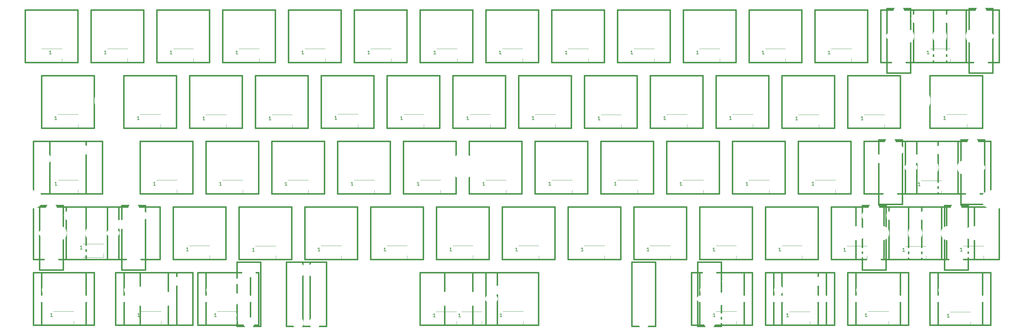
<source format=gto>
G04 #@! TF.GenerationSoftware,KiCad,Pcbnew,(5.0.2)-1*
G04 #@! TF.CreationDate,2019-02-06T17:14:16+08:00*
G04 #@! TF.ProjectId,keyboard,6b657962-6f61-4726-942e-6b696361645f,B*
G04 #@! TF.SameCoordinates,Original*
G04 #@! TF.FileFunction,Legend,Top*
G04 #@! TF.FilePolarity,Positive*
%FSLAX45Y45*%
G04 Gerber Fmt 4.5, Leading zero omitted, Abs format (unit mm)*
G04 Created by KiCad (PCBNEW (5.0.2)-1) date 2019/2/6 17:14:16*
%MOMM*%
%LPD*%
G01*
G04 APERTURE LIST*
%ADD10C,0.381000*%
%ADD11C,0.120000*%
%ADD12C,0.150000*%
%ADD13C,4.183380*%
%ADD14C,2.702560*%
%ADD15C,1.902460*%
%ADD16R,1.803200X1.053200*%
%ADD17C,3.251200*%
%ADD18C,4.183400*%
%ADD19O,10.203180X5.204460*%
%ADD20C,7.203440*%
%ADD21C,7.204500*%
G04 APERTURE END LIST*
D10*
G04 #@! TO.C,S031*
X6620002Y-10430002D02*
X8144002Y-10430002D01*
X8144002Y-10430002D02*
X8144002Y-11954002D01*
X8144002Y-11954002D02*
X6620002Y-11954002D01*
X6620002Y-11954002D02*
X6620002Y-10430002D01*
D11*
G04 #@! TO.C,*
X18872560Y-15765200D02*
X18872560Y-15657700D01*
X18282560Y-15765200D02*
X18872560Y-15765200D01*
X18282560Y-15375200D02*
X18872560Y-15375200D01*
D10*
G04 #@! TO.C,S21*
X14001750Y-6620002D02*
X15525750Y-6620002D01*
X15525750Y-6620002D02*
X15525750Y-8144002D01*
X15525750Y-8144002D02*
X14001750Y-8144002D01*
X14001750Y-8144002D02*
X14001750Y-6620002D01*
G04 #@! TO.C,S51*
X25431750Y-6620002D02*
X26955750Y-6620002D01*
X26955750Y-6620002D02*
X26955750Y-8144002D01*
X26955750Y-8144002D02*
X25431750Y-8144002D01*
X25431750Y-8144002D02*
X25431750Y-6620002D01*
G04 #@! TO.C,MXST*
X34394902Y-8448802D02*
X34394902Y-6581902D01*
X34394902Y-6581902D02*
X33709102Y-6581902D01*
X33709102Y-6581902D02*
X33709102Y-8448802D01*
X33709102Y-8448802D02*
X34394902Y-8448802D01*
X7486650Y-14163802D02*
X7486650Y-12296902D01*
X7486650Y-12296902D02*
X6800850Y-12296902D01*
X6800850Y-12296902D02*
X6800850Y-14163802D01*
X6800850Y-14163802D02*
X7486650Y-14163802D01*
X9867900Y-14163802D02*
X9867900Y-12296902D01*
X9867900Y-12296902D02*
X9182100Y-12296902D01*
X9182100Y-12296902D02*
X9182100Y-14163802D01*
X9182100Y-14163802D02*
X9867900Y-14163802D01*
X31299150Y-14163802D02*
X31299150Y-12296902D01*
X31299150Y-12296902D02*
X30613350Y-12296902D01*
X30613350Y-12296902D02*
X30613350Y-14163802D01*
X30613350Y-14163802D02*
X31299150Y-14163802D01*
X34156650Y-12258675D02*
X34156650Y-10391775D01*
X34156650Y-10391775D02*
X33470850Y-10391775D01*
X33470850Y-10391775D02*
X33470850Y-12258675D01*
X33470850Y-12258675D02*
X34156650Y-12258675D01*
X31775400Y-12258802D02*
X31775400Y-10391902D01*
X31775400Y-10391902D02*
X31089600Y-10391902D01*
X31089600Y-10391902D02*
X31089600Y-12258802D01*
X31089600Y-12258802D02*
X31775400Y-12258802D01*
X32013652Y-8448802D02*
X32013652Y-6581902D01*
X32013652Y-6581902D02*
X31327852Y-6581902D01*
X31327852Y-6581902D02*
X31327852Y-8448802D01*
X31327852Y-8448802D02*
X32013652Y-8448802D01*
X23945850Y-13935202D02*
X23945850Y-15802102D01*
X23945850Y-15802102D02*
X24631650Y-15802102D01*
X24631650Y-15802102D02*
X24631650Y-13935202D01*
X24631650Y-13935202D02*
X23945850Y-13935202D01*
X13944600Y-13935202D02*
X13944600Y-15802102D01*
X13944600Y-15802102D02*
X14630400Y-15802102D01*
X14630400Y-15802102D02*
X14630400Y-13935202D01*
X14630400Y-13935202D02*
X13944600Y-13935202D01*
X12515850Y-13935202D02*
X12515850Y-15802102D01*
X12515850Y-15802102D02*
X13201650Y-15802102D01*
X13201650Y-15802102D02*
X13201650Y-13935202D01*
X13201650Y-13935202D02*
X12515850Y-13935202D01*
X14420850Y-13935202D02*
X14420850Y-15802102D01*
X14420850Y-15802102D02*
X15106650Y-15802102D01*
X15106650Y-15802102D02*
X15106650Y-13935202D01*
X15106650Y-13935202D02*
X14420850Y-13935202D01*
X25850850Y-13935202D02*
X25850850Y-15802102D01*
X25850850Y-15802102D02*
X26536650Y-15802102D01*
X26536650Y-15802102D02*
X26536650Y-13935202D01*
X26536650Y-13935202D02*
X25850850Y-13935202D01*
X33680400Y-14163675D02*
X33680400Y-12296775D01*
X33680400Y-12296775D02*
X32994600Y-12296775D01*
X32994600Y-12296775D02*
X32994600Y-14163675D01*
X32994600Y-14163675D02*
X33680400Y-14163675D01*
G04 #@! TO.C,S03*
X7096252Y-10430002D02*
X8620252Y-10430002D01*
X8620252Y-10430002D02*
X8620252Y-11954002D01*
X8620252Y-11954002D02*
X7096252Y-11954002D01*
X7096252Y-11954002D02*
X7096252Y-10430002D01*
G04 #@! TO.C,S22*
X14954250Y-8525002D02*
X16478250Y-8525002D01*
X16478250Y-8525002D02*
X16478250Y-10049002D01*
X16478250Y-10049002D02*
X14954250Y-10049002D01*
X14954250Y-10049002D02*
X14954250Y-8525002D01*
G04 #@! TO.C,S27*
X16859250Y-8525002D02*
X18383250Y-8525002D01*
X18383250Y-8525002D02*
X18383250Y-10049002D01*
X18383250Y-10049002D02*
X16859250Y-10049002D01*
X16859250Y-10049002D02*
X16859250Y-8525002D01*
G04 #@! TO.C,S37*
X20669250Y-8525002D02*
X22193250Y-8525002D01*
X22193250Y-8525002D02*
X22193250Y-10049002D01*
X22193250Y-10049002D02*
X20669250Y-10049002D01*
X20669250Y-10049002D02*
X20669250Y-8525002D01*
G04 #@! TO.C,S42*
X22574250Y-8525002D02*
X24098250Y-8525002D01*
X24098250Y-8525002D02*
X24098250Y-10049002D01*
X24098250Y-10049002D02*
X22574250Y-10049002D01*
X22574250Y-10049002D02*
X22574250Y-8525002D01*
G04 #@! TO.C,S47*
X24479250Y-8525002D02*
X26003250Y-8525002D01*
X26003250Y-8525002D02*
X26003250Y-10049002D01*
X26003250Y-10049002D02*
X24479250Y-10049002D01*
X24479250Y-10049002D02*
X24479250Y-8525002D01*
G04 #@! TO.C,S52*
X26384250Y-8525002D02*
X27908250Y-8525002D01*
X27908250Y-8525002D02*
X27908250Y-10049002D01*
X27908250Y-10049002D02*
X26384250Y-10049002D01*
X26384250Y-10049002D02*
X26384250Y-8525002D01*
G04 #@! TO.C,S57*
X28289250Y-8525002D02*
X29813250Y-8525002D01*
X29813250Y-8525002D02*
X29813250Y-10049002D01*
X29813250Y-10049002D02*
X28289250Y-10049002D01*
X28289250Y-10049002D02*
X28289250Y-8525002D01*
G04 #@! TO.C,S67*
X32575500Y-8524875D02*
X34099500Y-8524875D01*
X34099500Y-8524875D02*
X34099500Y-10048875D01*
X34099500Y-10048875D02*
X32575500Y-10048875D01*
X32575500Y-10048875D02*
X32575500Y-8524875D01*
G04 #@! TO.C,S08*
X9715500Y-10430002D02*
X11239500Y-10430002D01*
X11239500Y-10430002D02*
X11239500Y-11954002D01*
X11239500Y-11954002D02*
X9715500Y-11954002D01*
X9715500Y-11954002D02*
X9715500Y-10430002D01*
G04 #@! TO.C,S13*
X11620500Y-10430002D02*
X13144500Y-10430002D01*
X13144500Y-10430002D02*
X13144500Y-11954002D01*
X13144500Y-11954002D02*
X11620500Y-11954002D01*
X11620500Y-11954002D02*
X11620500Y-10430002D01*
G04 #@! TO.C,S18*
X13525500Y-10430002D02*
X15049500Y-10430002D01*
X15049500Y-10430002D02*
X15049500Y-11954002D01*
X15049500Y-11954002D02*
X13525500Y-11954002D01*
X13525500Y-11954002D02*
X13525500Y-10430002D01*
G04 #@! TO.C,S23*
X15430500Y-10430002D02*
X16954500Y-10430002D01*
X16954500Y-10430002D02*
X16954500Y-11954002D01*
X16954500Y-11954002D02*
X15430500Y-11954002D01*
X15430500Y-11954002D02*
X15430500Y-10430002D01*
G04 #@! TO.C,S28*
X17335500Y-10430002D02*
X18859500Y-10430002D01*
X18859500Y-10430002D02*
X18859500Y-11954002D01*
X18859500Y-11954002D02*
X17335500Y-11954002D01*
X17335500Y-11954002D02*
X17335500Y-10430002D01*
G04 #@! TO.C,S33*
X19240500Y-10430002D02*
X20764500Y-10430002D01*
X20764500Y-10430002D02*
X20764500Y-11954002D01*
X20764500Y-11954002D02*
X19240500Y-11954002D01*
X19240500Y-11954002D02*
X19240500Y-10430002D01*
G04 #@! TO.C,S38*
X21145500Y-10430002D02*
X22669500Y-10430002D01*
X22669500Y-10430002D02*
X22669500Y-11954002D01*
X22669500Y-11954002D02*
X21145500Y-11954002D01*
X21145500Y-11954002D02*
X21145500Y-10430002D01*
G04 #@! TO.C,S11*
X10191750Y-6620002D02*
X11715750Y-6620002D01*
X11715750Y-6620002D02*
X11715750Y-8144002D01*
X11715750Y-8144002D02*
X10191750Y-8144002D01*
X10191750Y-8144002D02*
X10191750Y-6620002D01*
G04 #@! TO.C,S16*
X12096750Y-6620002D02*
X13620750Y-6620002D01*
X13620750Y-6620002D02*
X13620750Y-8144002D01*
X13620750Y-8144002D02*
X12096750Y-8144002D01*
X12096750Y-8144002D02*
X12096750Y-6620002D01*
G04 #@! TO.C,S26*
X15906750Y-6620002D02*
X17430750Y-6620002D01*
X17430750Y-6620002D02*
X17430750Y-8144002D01*
X17430750Y-8144002D02*
X15906750Y-8144002D01*
X15906750Y-8144002D02*
X15906750Y-6620002D01*
G04 #@! TO.C,S31*
X17811750Y-6620002D02*
X19335750Y-6620002D01*
X19335750Y-6620002D02*
X19335750Y-8144002D01*
X19335750Y-8144002D02*
X17811750Y-8144002D01*
X17811750Y-8144002D02*
X17811750Y-6620002D01*
G04 #@! TO.C,S36*
X19716750Y-6620002D02*
X21240750Y-6620002D01*
X21240750Y-6620002D02*
X21240750Y-8144002D01*
X21240750Y-8144002D02*
X19716750Y-8144002D01*
X19716750Y-8144002D02*
X19716750Y-6620002D01*
G04 #@! TO.C,S41*
X21621750Y-6620002D02*
X23145750Y-6620002D01*
X23145750Y-6620002D02*
X23145750Y-8144002D01*
X23145750Y-8144002D02*
X21621750Y-8144002D01*
X21621750Y-8144002D02*
X21621750Y-6620002D01*
G04 #@! TO.C,S56*
X27336750Y-6620002D02*
X28860750Y-6620002D01*
X28860750Y-6620002D02*
X28860750Y-8144002D01*
X28860750Y-8144002D02*
X27336750Y-8144002D01*
X27336750Y-8144002D02*
X27336750Y-6620002D01*
G04 #@! TO.C,S61*
X29241750Y-6620002D02*
X30765750Y-6620002D01*
X30765750Y-6620002D02*
X30765750Y-8144002D01*
X30765750Y-8144002D02*
X29241750Y-8144002D01*
X29241750Y-8144002D02*
X29241750Y-6620002D01*
G04 #@! TO.C,S66*
X32099250Y-6620002D02*
X33623250Y-6620002D01*
X33623250Y-6620002D02*
X33623250Y-8144002D01*
X33623250Y-8144002D02*
X32099250Y-8144002D01*
X32099250Y-8144002D02*
X32099250Y-6620002D01*
G04 #@! TO.C,S02*
X6858000Y-8525002D02*
X8382000Y-8525002D01*
X8382000Y-8525002D02*
X8382000Y-10049002D01*
X8382000Y-10049002D02*
X6858000Y-10049002D01*
X6858000Y-10049002D02*
X6858000Y-8525002D01*
G04 #@! TO.C,S07*
X9239250Y-8525002D02*
X10763250Y-8525002D01*
X10763250Y-8525002D02*
X10763250Y-10049002D01*
X10763250Y-10049002D02*
X9239250Y-10049002D01*
X9239250Y-10049002D02*
X9239250Y-8525002D01*
G04 #@! TO.C,S12*
X11144250Y-8525002D02*
X12668250Y-8525002D01*
X12668250Y-8525002D02*
X12668250Y-10049002D01*
X12668250Y-10049002D02*
X11144250Y-10049002D01*
X11144250Y-10049002D02*
X11144250Y-8525002D01*
G04 #@! TO.C,S17*
X13049250Y-8525002D02*
X14573250Y-8525002D01*
X14573250Y-8525002D02*
X14573250Y-10049002D01*
X14573250Y-10049002D02*
X13049250Y-10049002D01*
X13049250Y-10049002D02*
X13049250Y-8525002D01*
G04 #@! TO.C,S69*
X31385002Y-12335002D02*
X32909002Y-12335002D01*
X32909002Y-12335002D02*
X32909002Y-13859002D01*
X32909002Y-13859002D02*
X31385002Y-13859002D01*
X31385002Y-13859002D02*
X31385002Y-12335002D01*
G04 #@! TO.C,S05*
X6619875Y-14239875D02*
X8143875Y-14239875D01*
X8143875Y-14239875D02*
X8143875Y-15763875D01*
X8143875Y-15763875D02*
X6619875Y-15763875D01*
X6619875Y-15763875D02*
X6619875Y-14239875D01*
G04 #@! TO.C,S15*
X11382375Y-14239875D02*
X12906375Y-14239875D01*
X12906375Y-14239875D02*
X12906375Y-15763875D01*
X12906375Y-15763875D02*
X11382375Y-15763875D01*
X11382375Y-15763875D02*
X11382375Y-14239875D01*
G04 #@! TO.C,S30*
X18526125Y-14239875D02*
X20050125Y-14239875D01*
X20050125Y-14239875D02*
X20050125Y-15763875D01*
X20050125Y-15763875D02*
X18526125Y-15763875D01*
X18526125Y-15763875D02*
X18526125Y-14239875D01*
G04 #@! TO.C,S55*
X25669875Y-14239875D02*
X27193875Y-14239875D01*
X27193875Y-14239875D02*
X27193875Y-15763875D01*
X27193875Y-15763875D02*
X25669875Y-15763875D01*
X25669875Y-15763875D02*
X25669875Y-14239875D01*
G04 #@! TO.C,S60*
X28051125Y-14239875D02*
X29575125Y-14239875D01*
X29575125Y-14239875D02*
X29575125Y-15763875D01*
X29575125Y-15763875D02*
X28051125Y-15763875D01*
X28051125Y-15763875D02*
X28051125Y-14239875D01*
G04 #@! TO.C,S65*
X30432375Y-14239875D02*
X31956375Y-14239875D01*
X31956375Y-14239875D02*
X31956375Y-15763875D01*
X31956375Y-15763875D02*
X30432375Y-15763875D01*
X30432375Y-15763875D02*
X30432375Y-14239875D01*
G04 #@! TO.C,S70*
X32813625Y-14239875D02*
X34337625Y-14239875D01*
X34337625Y-14239875D02*
X34337625Y-15763875D01*
X34337625Y-15763875D02*
X32813625Y-15763875D01*
X32813625Y-15763875D02*
X32813625Y-14239875D01*
G04 #@! TO.C,S43*
X23050500Y-10430002D02*
X24574500Y-10430002D01*
X24574500Y-10430002D02*
X24574500Y-11954002D01*
X24574500Y-11954002D02*
X23050500Y-11954002D01*
X23050500Y-11954002D02*
X23050500Y-10430002D01*
G04 #@! TO.C,S48*
X24955500Y-10430002D02*
X26479500Y-10430002D01*
X26479500Y-10430002D02*
X26479500Y-11954002D01*
X26479500Y-11954002D02*
X24955500Y-11954002D01*
X24955500Y-11954002D02*
X24955500Y-10430002D01*
G04 #@! TO.C,S58*
X28765500Y-10430002D02*
X30289500Y-10430002D01*
X30289500Y-10430002D02*
X30289500Y-11954002D01*
X30289500Y-11954002D02*
X28765500Y-11954002D01*
X28765500Y-11954002D02*
X28765500Y-10430002D01*
G04 #@! TO.C,S68*
X31861125Y-10429875D02*
X33385125Y-10429875D01*
X33385125Y-10429875D02*
X33385125Y-11953875D01*
X33385125Y-11953875D02*
X31861125Y-11953875D01*
X31861125Y-11953875D02*
X31861125Y-10429875D01*
G04 #@! TO.C,S04*
X7572375Y-12334875D02*
X9096375Y-12334875D01*
X9096375Y-12334875D02*
X9096375Y-13858875D01*
X9096375Y-13858875D02*
X7572375Y-13858875D01*
X7572375Y-13858875D02*
X7572375Y-12334875D01*
G04 #@! TO.C,S14*
X10668000Y-12335002D02*
X12192000Y-12335002D01*
X12192000Y-12335002D02*
X12192000Y-13859002D01*
X12192000Y-13859002D02*
X10668000Y-13859002D01*
X10668000Y-13859002D02*
X10668000Y-12335002D01*
G04 #@! TO.C,S19*
X12573000Y-12335002D02*
X14097000Y-12335002D01*
X14097000Y-12335002D02*
X14097000Y-13859002D01*
X14097000Y-13859002D02*
X12573000Y-13859002D01*
X12573000Y-13859002D02*
X12573000Y-12335002D01*
G04 #@! TO.C,S29*
X16383000Y-12335002D02*
X17907000Y-12335002D01*
X17907000Y-12335002D02*
X17907000Y-13859002D01*
X17907000Y-13859002D02*
X16383000Y-13859002D01*
X16383000Y-13859002D02*
X16383000Y-12335002D01*
G04 #@! TO.C,S34*
X18288000Y-12335002D02*
X19812000Y-12335002D01*
X19812000Y-12335002D02*
X19812000Y-13859002D01*
X19812000Y-13859002D02*
X18288000Y-13859002D01*
X18288000Y-13859002D02*
X18288000Y-12335002D01*
G04 #@! TO.C,S39*
X20193000Y-12335002D02*
X21717000Y-12335002D01*
X21717000Y-12335002D02*
X21717000Y-13859002D01*
X21717000Y-13859002D02*
X20193000Y-13859002D01*
X20193000Y-13859002D02*
X20193000Y-12335002D01*
G04 #@! TO.C,S44*
X22098000Y-12335002D02*
X23622000Y-12335002D01*
X23622000Y-12335002D02*
X23622000Y-13859002D01*
X23622000Y-13859002D02*
X22098000Y-13859002D01*
X22098000Y-13859002D02*
X22098000Y-12335002D01*
G04 #@! TO.C,S49*
X24003000Y-12335002D02*
X25527000Y-12335002D01*
X25527000Y-12335002D02*
X25527000Y-13859002D01*
X25527000Y-13859002D02*
X24003000Y-13859002D01*
X24003000Y-13859002D02*
X24003000Y-12335002D01*
G04 #@! TO.C,S54*
X25908000Y-12335002D02*
X27432000Y-12335002D01*
X27432000Y-12335002D02*
X27432000Y-13859002D01*
X27432000Y-13859002D02*
X25908000Y-13859002D01*
X25908000Y-13859002D02*
X25908000Y-12335002D01*
G04 #@! TO.C,S59*
X27813000Y-12335002D02*
X29337000Y-12335002D01*
X29337000Y-12335002D02*
X29337000Y-13859002D01*
X29337000Y-13859002D02*
X27813000Y-13859002D01*
X27813000Y-13859002D02*
X27813000Y-12335002D01*
G04 #@! TO.C,S10*
X9001125Y-14239875D02*
X10525125Y-14239875D01*
X10525125Y-14239875D02*
X10525125Y-15763875D01*
X10525125Y-15763875D02*
X9001125Y-15763875D01*
X9001125Y-15763875D02*
X9001125Y-14239875D01*
G04 #@! TO.C,S24*
X14478000Y-12335002D02*
X16002000Y-12335002D01*
X16002000Y-12335002D02*
X16002000Y-13859002D01*
X16002000Y-13859002D02*
X14478000Y-13859002D01*
X14478000Y-13859002D02*
X14478000Y-12335002D01*
G04 #@! TO.C,S46*
X23526750Y-6620002D02*
X25050750Y-6620002D01*
X25050750Y-6620002D02*
X25050750Y-8144002D01*
X25050750Y-8144002D02*
X23526750Y-8144002D01*
X23526750Y-8144002D02*
X23526750Y-6620002D01*
G04 #@! TO.C,S62*
X30194250Y-8525002D02*
X31718250Y-8525002D01*
X31718250Y-8525002D02*
X31718250Y-10049002D01*
X31718250Y-10049002D02*
X30194250Y-10049002D01*
X30194250Y-10049002D02*
X30194250Y-8525002D01*
G04 #@! TO.C,S32*
X18764250Y-8525002D02*
X20288250Y-8525002D01*
X20288250Y-8525002D02*
X20288250Y-10049002D01*
X20288250Y-10049002D02*
X18764250Y-10049002D01*
X18764250Y-10049002D02*
X18764250Y-8525002D01*
G04 #@! TO.C,S53*
X26860500Y-10430002D02*
X28384500Y-10430002D01*
X28384500Y-10430002D02*
X28384500Y-11954002D01*
X28384500Y-11954002D02*
X26860500Y-11954002D01*
X26860500Y-11954002D02*
X26860500Y-10430002D01*
G04 #@! TO.C,S682*
X32813625Y-10429875D02*
X34337625Y-10429875D01*
X34337625Y-10429875D02*
X34337625Y-11953875D01*
X34337625Y-11953875D02*
X32813625Y-11953875D01*
X32813625Y-11953875D02*
X32813625Y-10429875D01*
G04 #@! TO.C,S601*
X27813000Y-14239875D02*
X29337000Y-14239875D01*
X29337000Y-14239875D02*
X29337000Y-15763875D01*
X29337000Y-15763875D02*
X27813000Y-15763875D01*
X27813000Y-15763875D02*
X27813000Y-14239875D01*
G04 #@! TO.C,S09*
X8763000Y-12335002D02*
X10287000Y-12335002D01*
X10287000Y-12335002D02*
X10287000Y-13859002D01*
X10287000Y-13859002D02*
X8763000Y-13859002D01*
X8763000Y-13859002D02*
X8763000Y-12335002D01*
G04 #@! TO.C,S641*
X33051750Y-12334875D02*
X34575750Y-12334875D01*
X34575750Y-12334875D02*
X34575750Y-13858875D01*
X34575750Y-13858875D02*
X33051750Y-13858875D01*
X33051750Y-13858875D02*
X33051750Y-12334875D01*
G04 #@! TO.C,S0512*
X6858000Y-14236700D02*
X8382000Y-14236700D01*
X8382000Y-14236700D02*
X8382000Y-15760700D01*
X8382000Y-15760700D02*
X6858000Y-15760700D01*
X6858000Y-15760700D02*
X6858000Y-14236700D01*
G04 #@! TO.C,S102*
X9715500Y-14236700D02*
X11239500Y-14236700D01*
X11239500Y-14236700D02*
X11239500Y-15760700D01*
X11239500Y-15760700D02*
X9715500Y-15760700D01*
X9715500Y-15760700D02*
X9715500Y-14236700D01*
G04 #@! TO.C,S101*
X9245600Y-14236700D02*
X10769600Y-14236700D01*
X10769600Y-14236700D02*
X10769600Y-15760700D01*
X10769600Y-15760700D02*
X9245600Y-15760700D01*
X9245600Y-15760700D02*
X9245600Y-14236700D01*
G04 #@! TO.C,S552*
X25908000Y-14239875D02*
X27432000Y-14239875D01*
X27432000Y-14239875D02*
X27432000Y-15763875D01*
X27432000Y-15763875D02*
X25908000Y-15763875D01*
X25908000Y-15763875D02*
X25908000Y-14239875D01*
G04 #@! TO.C,S602*
X28289250Y-14239875D02*
X29813250Y-14239875D01*
X29813250Y-14239875D02*
X29813250Y-15763875D01*
X29813250Y-15763875D02*
X28289250Y-15763875D01*
X28289250Y-15763875D02*
X28289250Y-14239875D01*
G04 #@! TO.C,S151*
X11620500Y-14236700D02*
X13144500Y-14236700D01*
X13144500Y-14236700D02*
X13144500Y-15760700D01*
X13144500Y-15760700D02*
X11620500Y-15760700D01*
X11620500Y-15760700D02*
X11620500Y-14236700D01*
G04 #@! TO.C,S6512*
X30194250Y-14239875D02*
X31718250Y-14239875D01*
X31718250Y-14239875D02*
X31718250Y-15763875D01*
X31718250Y-15763875D02*
X30194250Y-15763875D01*
X30194250Y-15763875D02*
X30194250Y-14239875D01*
G04 #@! TO.C,S7012*
X32575500Y-14239875D02*
X34099500Y-14239875D01*
X34099500Y-14239875D02*
X34099500Y-15763875D01*
X34099500Y-15763875D02*
X32575500Y-15763875D01*
X32575500Y-15763875D02*
X32575500Y-14239875D01*
G04 #@! TO.C,S301*
X19716750Y-14240002D02*
X21240750Y-14240002D01*
X21240750Y-14240002D02*
X21240750Y-15764002D01*
X21240750Y-15764002D02*
X19716750Y-15764002D01*
X19716750Y-15764002D02*
X19716750Y-14240002D01*
G04 #@! TO.C,S302*
X17811750Y-14239875D02*
X19335750Y-14239875D01*
X19335750Y-14239875D02*
X19335750Y-15763875D01*
X19335750Y-15763875D02*
X17811750Y-15763875D01*
X17811750Y-15763875D02*
X17811750Y-14239875D01*
G04 #@! TO.C,S041*
X6620002Y-12335002D02*
X8144002Y-12335002D01*
X8144002Y-12335002D02*
X8144002Y-13859002D01*
X8144002Y-13859002D02*
X6620002Y-13859002D01*
X6620002Y-13859002D02*
X6620002Y-12335002D01*
G04 #@! TO.C,S691*
X32337375Y-12334875D02*
X33861375Y-12334875D01*
X33861375Y-12334875D02*
X33861375Y-13858875D01*
X33861375Y-13858875D02*
X32337375Y-13858875D01*
X32337375Y-13858875D02*
X32337375Y-12334875D01*
G04 #@! TO.C,S661*
X31146750Y-6619875D02*
X32670750Y-6619875D01*
X32670750Y-6619875D02*
X32670750Y-8143875D01*
X32670750Y-8143875D02*
X31146750Y-8143875D01*
X31146750Y-8143875D02*
X31146750Y-6619875D01*
G04 #@! TO.C,S50*
X33051750Y-6619875D02*
X34575750Y-6619875D01*
X34575750Y-6619875D02*
X34575750Y-8143875D01*
X34575750Y-8143875D02*
X33051750Y-8143875D01*
X33051750Y-8143875D02*
X33051750Y-6619875D01*
G04 #@! TO.C,S06*
X8286750Y-6619875D02*
X9810750Y-6619875D01*
X9810750Y-6619875D02*
X9810750Y-8143875D01*
X9810750Y-8143875D02*
X8286750Y-8143875D01*
X8286750Y-8143875D02*
X8286750Y-6619875D01*
G04 #@! TO.C,S01*
X6381750Y-6619875D02*
X7905750Y-6619875D01*
X7905750Y-6619875D02*
X7905750Y-8143875D01*
X7905750Y-8143875D02*
X6381750Y-8143875D01*
X6381750Y-8143875D02*
X6381750Y-6619875D01*
G04 #@! TO.C,S692*
X30432375Y-12334875D02*
X31956375Y-12334875D01*
X31956375Y-12334875D02*
X31956375Y-13858875D01*
X31956375Y-13858875D02*
X30432375Y-13858875D01*
X30432375Y-13858875D02*
X30432375Y-12334875D01*
G04 #@! TO.C,S64*
X29718000Y-12334875D02*
X31242000Y-12334875D01*
X31242000Y-12334875D02*
X31242000Y-13858875D01*
X31242000Y-13858875D02*
X29718000Y-13858875D01*
X29718000Y-13858875D02*
X29718000Y-12334875D01*
G04 #@! TO.C,S63*
X30670500Y-10430002D02*
X32194500Y-10430002D01*
X32194500Y-10430002D02*
X32194500Y-11954002D01*
X32194500Y-11954002D02*
X30670500Y-11954002D01*
X30670500Y-11954002D02*
X30670500Y-10430002D01*
D11*
G04 #@! TO.C,*
X7447640Y-8140120D02*
X7447640Y-8032620D01*
X6857640Y-8140120D02*
X7447640Y-8140120D01*
X6857640Y-7750120D02*
X7447640Y-7750120D01*
X9350100Y-8135040D02*
X9350100Y-8027540D01*
X8760100Y-8135040D02*
X9350100Y-8135040D01*
X8760100Y-7745040D02*
X9350100Y-7745040D01*
X11255100Y-8135040D02*
X11255100Y-8027540D01*
X10665100Y-8135040D02*
X11255100Y-8135040D01*
X10665100Y-7745040D02*
X11255100Y-7745040D01*
X13160100Y-8140120D02*
X13160100Y-8032620D01*
X12570100Y-8140120D02*
X13160100Y-8140120D01*
X12570100Y-7750120D02*
X13160100Y-7750120D01*
X15067640Y-8140120D02*
X15067640Y-8032620D01*
X14477640Y-8140120D02*
X15067640Y-8140120D01*
X14477640Y-7750120D02*
X15067640Y-7750120D01*
X16977720Y-8140120D02*
X16977720Y-8032620D01*
X16387720Y-8140120D02*
X16977720Y-8140120D01*
X16387720Y-7750120D02*
X16977720Y-7750120D01*
X18887800Y-8140120D02*
X18887800Y-8032620D01*
X18297800Y-8140120D02*
X18887800Y-8140120D01*
X18297800Y-7750120D02*
X18887800Y-7750120D01*
X20782640Y-8140120D02*
X20782640Y-8032620D01*
X20192640Y-8140120D02*
X20782640Y-8140120D01*
X20192640Y-7750120D02*
X20782640Y-7750120D01*
X22692720Y-8140120D02*
X22692720Y-8032620D01*
X22102720Y-8140120D02*
X22692720Y-8140120D01*
X22102720Y-7750120D02*
X22692720Y-7750120D01*
X24592640Y-8140120D02*
X24592640Y-8032620D01*
X24002640Y-8140120D02*
X24592640Y-8140120D01*
X24002640Y-7750120D02*
X24592640Y-7750120D01*
X26492560Y-8140120D02*
X26492560Y-8032620D01*
X25902560Y-8140120D02*
X26492560Y-8140120D01*
X25902560Y-7750120D02*
X26492560Y-7750120D01*
X28392480Y-8140120D02*
X28392480Y-8032620D01*
X27802480Y-8140120D02*
X28392480Y-8140120D01*
X27802480Y-7750120D02*
X28392480Y-7750120D01*
X30302560Y-8140120D02*
X30302560Y-8032620D01*
X29712560Y-8140120D02*
X30302560Y-8140120D01*
X29712560Y-7750120D02*
X30302560Y-7750120D01*
X33167680Y-8140120D02*
X33167680Y-8032620D01*
X32577680Y-8140120D02*
X33167680Y-8140120D01*
X32577680Y-7750120D02*
X33167680Y-7750120D01*
X7915000Y-10045120D02*
X7915000Y-9937620D01*
X7325000Y-10045120D02*
X7915000Y-10045120D01*
X7325000Y-9655120D02*
X7915000Y-9655120D01*
X10775040Y-11945040D02*
X10775040Y-11837540D01*
X10185040Y-11945040D02*
X10775040Y-11945040D01*
X10185040Y-11555040D02*
X10775040Y-11555040D01*
X8651600Y-13799240D02*
X8651600Y-13691740D01*
X8061600Y-13799240D02*
X8651600Y-13799240D01*
X8061600Y-13409240D02*
X8651600Y-13409240D01*
X7793080Y-15755040D02*
X7793080Y-15647540D01*
X7203080Y-15755040D02*
X7793080Y-15755040D01*
X7203080Y-15365040D02*
X7793080Y-15365040D01*
X10317840Y-15755040D02*
X10317840Y-15647540D01*
X9727840Y-15755040D02*
X10317840Y-15755040D01*
X9727840Y-15365040D02*
X10317840Y-15365040D01*
X12537800Y-15760120D02*
X12537800Y-15652620D01*
X11947800Y-15760120D02*
X12537800Y-15760120D01*
X11947800Y-15370120D02*
X12537800Y-15370120D01*
X19604080Y-15765200D02*
X19604080Y-15657700D01*
X19014080Y-15765200D02*
X19604080Y-15765200D01*
X19014080Y-15375200D02*
X19604080Y-15375200D01*
X20802960Y-15760120D02*
X20802960Y-15652620D01*
X20212960Y-15760120D02*
X20802960Y-15760120D01*
X20212960Y-15370120D02*
X20802960Y-15370120D01*
X26975160Y-15760120D02*
X26975160Y-15652620D01*
X26385160Y-15760120D02*
X26975160Y-15760120D01*
X26385160Y-15370120D02*
X26975160Y-15370120D01*
X29098600Y-15765200D02*
X29098600Y-15657700D01*
X28508600Y-15765200D02*
X29098600Y-15765200D01*
X28508600Y-15375200D02*
X29098600Y-15375200D01*
X31374440Y-15760120D02*
X31374440Y-15652620D01*
X30784440Y-15760120D02*
X31374440Y-15760120D01*
X30784440Y-15370120D02*
X31374440Y-15370120D01*
X33751880Y-15775360D02*
X33751880Y-15667860D01*
X33161880Y-15775360D02*
X33751880Y-15775360D01*
X33161880Y-15385360D02*
X33751880Y-15385360D01*
X10302600Y-10045120D02*
X10302600Y-9937620D01*
X9712600Y-10045120D02*
X10302600Y-10045120D01*
X9712600Y-9655120D02*
X10302600Y-9655120D01*
X12202520Y-10050200D02*
X12202520Y-9942700D01*
X11612520Y-10050200D02*
X12202520Y-10050200D01*
X11612520Y-9660200D02*
X12202520Y-9660200D01*
X14117680Y-10050200D02*
X14117680Y-9942700D01*
X13527680Y-10050200D02*
X14117680Y-10050200D01*
X13527680Y-9660200D02*
X14117680Y-9660200D01*
X16022680Y-10034960D02*
X16022680Y-9927460D01*
X15432680Y-10034960D02*
X16022680Y-10034960D01*
X15432680Y-9644960D02*
X16022680Y-9644960D01*
X17927680Y-10045120D02*
X17927680Y-9937620D01*
X17337680Y-10045120D02*
X17927680Y-10045120D01*
X17337680Y-9655120D02*
X17927680Y-9655120D01*
X19842840Y-10045120D02*
X19842840Y-9937620D01*
X19252840Y-10045120D02*
X19842840Y-10045120D01*
X19252840Y-9655120D02*
X19842840Y-9655120D01*
X21732600Y-10040040D02*
X21732600Y-9932540D01*
X21142600Y-10040040D02*
X21732600Y-10040040D01*
X21142600Y-9650040D02*
X21732600Y-9650040D01*
X23642680Y-10050200D02*
X23642680Y-9942700D01*
X23052680Y-10050200D02*
X23642680Y-10050200D01*
X23052680Y-9660200D02*
X23642680Y-9660200D01*
X25542600Y-10045120D02*
X25542600Y-9937620D01*
X24952600Y-10045120D02*
X25542600Y-10045120D01*
X24952600Y-9655120D02*
X25542600Y-9655120D01*
X27447600Y-10040040D02*
X27447600Y-9932540D01*
X26857600Y-10040040D02*
X27447600Y-10040040D01*
X26857600Y-9650040D02*
X27447600Y-9650040D01*
X29362760Y-10050200D02*
X29362760Y-9942700D01*
X28772760Y-10050200D02*
X29362760Y-10050200D01*
X28772760Y-9660200D02*
X29362760Y-9660200D01*
X31257600Y-10050200D02*
X31257600Y-9942700D01*
X30667600Y-10050200D02*
X31257600Y-10050200D01*
X30667600Y-9660200D02*
X31257600Y-9660200D01*
X32461560Y-13865280D02*
X32461560Y-13757780D01*
X31871560Y-13865280D02*
X32461560Y-13865280D01*
X31871560Y-13475280D02*
X32461560Y-13475280D01*
X30754680Y-13860200D02*
X30754680Y-13752700D01*
X30164680Y-13860200D02*
X30754680Y-13860200D01*
X30164680Y-13470200D02*
X30754680Y-13470200D01*
X34127800Y-13860200D02*
X34127800Y-13752700D01*
X33537800Y-13860200D02*
X34127800Y-13860200D01*
X33537800Y-13470200D02*
X34127800Y-13470200D01*
X7920080Y-11945040D02*
X7920080Y-11837540D01*
X7330080Y-11945040D02*
X7920080Y-11945040D01*
X7330080Y-11555040D02*
X7920080Y-11555040D01*
X12685120Y-11950120D02*
X12685120Y-11842620D01*
X12095120Y-11950120D02*
X12685120Y-11950120D01*
X12095120Y-11560120D02*
X12685120Y-11560120D01*
X14579960Y-11950120D02*
X14579960Y-11842620D01*
X13989960Y-11950120D02*
X14579960Y-11950120D01*
X13989960Y-11560120D02*
X14579960Y-11560120D01*
X16495120Y-11950120D02*
X16495120Y-11842620D01*
X15905120Y-11950120D02*
X16495120Y-11950120D01*
X15905120Y-11560120D02*
X16495120Y-11560120D01*
X18410280Y-11950120D02*
X18410280Y-11842620D01*
X17820280Y-11950120D02*
X18410280Y-11950120D01*
X17820280Y-11560120D02*
X18410280Y-11560120D01*
X20305120Y-11950120D02*
X20305120Y-11842620D01*
X19715120Y-11950120D02*
X20305120Y-11950120D01*
X19715120Y-11560120D02*
X20305120Y-11560120D01*
X22215200Y-11950120D02*
X22215200Y-11842620D01*
X21625200Y-11950120D02*
X22215200Y-11950120D01*
X21625200Y-11560120D02*
X22215200Y-11560120D01*
X24115120Y-11945040D02*
X24115120Y-11837540D01*
X23525120Y-11945040D02*
X24115120Y-11945040D01*
X23525120Y-11555040D02*
X24115120Y-11555040D01*
X26015040Y-11950120D02*
X26015040Y-11842620D01*
X25425040Y-11950120D02*
X26015040Y-11950120D01*
X25425040Y-11560120D02*
X26015040Y-11560120D01*
X27925120Y-11950120D02*
X27925120Y-11842620D01*
X27335120Y-11950120D02*
X27925120Y-11950120D01*
X27335120Y-11560120D02*
X27925120Y-11560120D01*
X29835200Y-11945040D02*
X29835200Y-11837540D01*
X29245200Y-11945040D02*
X29835200Y-11945040D01*
X29245200Y-11555040D02*
X29835200Y-11555040D01*
X32908600Y-11965360D02*
X32908600Y-11857860D01*
X32318600Y-11965360D02*
X32908600Y-11965360D01*
X32318600Y-11575360D02*
X32908600Y-11575360D01*
X33645200Y-10040040D02*
X33645200Y-9932540D01*
X33055200Y-10040040D02*
X33645200Y-10040040D01*
X33055200Y-9650040D02*
X33645200Y-9650040D01*
X11725000Y-13850040D02*
X11725000Y-13742540D01*
X11135000Y-13850040D02*
X11725000Y-13850040D01*
X11135000Y-13460040D02*
X11725000Y-13460040D01*
X13640160Y-13860200D02*
X13640160Y-13752700D01*
X13050160Y-13860200D02*
X13640160Y-13860200D01*
X13050160Y-13470200D02*
X13640160Y-13470200D01*
X15535000Y-13855120D02*
X15535000Y-13747620D01*
X14945000Y-13855120D02*
X15535000Y-13855120D01*
X14945000Y-13465120D02*
X15535000Y-13465120D01*
X17445080Y-13855120D02*
X17445080Y-13747620D01*
X16855080Y-13855120D02*
X17445080Y-13855120D01*
X16855080Y-13465120D02*
X17445080Y-13465120D01*
X19350080Y-13850040D02*
X19350080Y-13742540D01*
X18760080Y-13850040D02*
X19350080Y-13850040D01*
X18760080Y-13460040D02*
X19350080Y-13460040D01*
X21255080Y-13855120D02*
X21255080Y-13747620D01*
X20665080Y-13855120D02*
X21255080Y-13855120D01*
X20665080Y-13465120D02*
X21255080Y-13465120D01*
X23155000Y-13855120D02*
X23155000Y-13747620D01*
X22565000Y-13855120D02*
X23155000Y-13855120D01*
X22565000Y-13465120D02*
X23155000Y-13465120D01*
X25060000Y-13855120D02*
X25060000Y-13747620D01*
X24470000Y-13855120D02*
X25060000Y-13855120D01*
X24470000Y-13465120D02*
X25060000Y-13465120D01*
X26970080Y-13855120D02*
X26970080Y-13747620D01*
X26380080Y-13855120D02*
X26970080Y-13855120D01*
X26380080Y-13465120D02*
X26970080Y-13465120D01*
X28875080Y-13855120D02*
X28875080Y-13747620D01*
X28285080Y-13855120D02*
X28875080Y-13855120D01*
X28285080Y-13465120D02*
X28875080Y-13465120D01*
D12*
X18256131Y-15527938D02*
X18198989Y-15527938D01*
X18227560Y-15527938D02*
X18227560Y-15427938D01*
X18218036Y-15442224D01*
X18208512Y-15451748D01*
X18198989Y-15456509D01*
X7143111Y-7901458D02*
X7085968Y-7901458D01*
X7114540Y-7901458D02*
X7114540Y-7801458D01*
X7105016Y-7815744D01*
X7095492Y-7825268D01*
X7085968Y-7830029D01*
X8733671Y-7897778D02*
X8676529Y-7897778D01*
X8705100Y-7897778D02*
X8705100Y-7797778D01*
X8695576Y-7812064D01*
X8686052Y-7821588D01*
X8676529Y-7826349D01*
X10638671Y-7897778D02*
X10581529Y-7897778D01*
X10610100Y-7897778D02*
X10610100Y-7797778D01*
X10600576Y-7812064D01*
X10591052Y-7821588D01*
X10581529Y-7826349D01*
X12543671Y-7902858D02*
X12486528Y-7902858D01*
X12515100Y-7902858D02*
X12515100Y-7802858D01*
X12505576Y-7817144D01*
X12496052Y-7826668D01*
X12486528Y-7831429D01*
X14451211Y-7902858D02*
X14394068Y-7902858D01*
X14422640Y-7902858D02*
X14422640Y-7802858D01*
X14413116Y-7817144D01*
X14403592Y-7826668D01*
X14394068Y-7831429D01*
X16361291Y-7902858D02*
X16304148Y-7902858D01*
X16332720Y-7902858D02*
X16332720Y-7802858D01*
X16323196Y-7817144D01*
X16313672Y-7826668D01*
X16304148Y-7831429D01*
X18271371Y-7902858D02*
X18214229Y-7902858D01*
X18242800Y-7902858D02*
X18242800Y-7802858D01*
X18233276Y-7817144D01*
X18223752Y-7826668D01*
X18214229Y-7831429D01*
X20166211Y-7902858D02*
X20109069Y-7902858D01*
X20137640Y-7902858D02*
X20137640Y-7802858D01*
X20128116Y-7817144D01*
X20118592Y-7826668D01*
X20109069Y-7831429D01*
X22076291Y-7902858D02*
X22019149Y-7902858D01*
X22047720Y-7902858D02*
X22047720Y-7802858D01*
X22038196Y-7817144D01*
X22028672Y-7826668D01*
X22019149Y-7831429D01*
X23976211Y-7902858D02*
X23919068Y-7902858D01*
X23947640Y-7902858D02*
X23947640Y-7802858D01*
X23938116Y-7817144D01*
X23928592Y-7826668D01*
X23919068Y-7831429D01*
X25876131Y-7902858D02*
X25818988Y-7902858D01*
X25847560Y-7902858D02*
X25847560Y-7802858D01*
X25838036Y-7817144D01*
X25828512Y-7826668D01*
X25818988Y-7831429D01*
X27776051Y-7902858D02*
X27718908Y-7902858D01*
X27747480Y-7902858D02*
X27747480Y-7802858D01*
X27737956Y-7817144D01*
X27728432Y-7826668D01*
X27718908Y-7831429D01*
X29686131Y-7902858D02*
X29628988Y-7902858D01*
X29657560Y-7902858D02*
X29657560Y-7802858D01*
X29648036Y-7817144D01*
X29638512Y-7826668D01*
X29628988Y-7831429D01*
X32551251Y-7902858D02*
X32494108Y-7902858D01*
X32522680Y-7902858D02*
X32522680Y-7802858D01*
X32513156Y-7817144D01*
X32503632Y-7826668D01*
X32494108Y-7831429D01*
X7298571Y-9807858D02*
X7241428Y-9807858D01*
X7270000Y-9807858D02*
X7270000Y-9707858D01*
X7260476Y-9722144D01*
X7250952Y-9731668D01*
X7241428Y-9736430D01*
X10158611Y-11707778D02*
X10101469Y-11707778D01*
X10130040Y-11707778D02*
X10130040Y-11607778D01*
X10120516Y-11622064D01*
X10110992Y-11631588D01*
X10101469Y-11636349D01*
X8035171Y-13561978D02*
X7978028Y-13561978D01*
X8006600Y-13561978D02*
X8006600Y-13461978D01*
X7997076Y-13476264D01*
X7987552Y-13485788D01*
X7978028Y-13490549D01*
X7176651Y-15517778D02*
X7119508Y-15517778D01*
X7148080Y-15517778D02*
X7148080Y-15417778D01*
X7138556Y-15432064D01*
X7129032Y-15441588D01*
X7119508Y-15446349D01*
X9701411Y-15517778D02*
X9644269Y-15517778D01*
X9672840Y-15517778D02*
X9672840Y-15417778D01*
X9663316Y-15432064D01*
X9653792Y-15441588D01*
X9644269Y-15446349D01*
X11921371Y-15522858D02*
X11864228Y-15522858D01*
X11892800Y-15522858D02*
X11892800Y-15422858D01*
X11883276Y-15437144D01*
X11873752Y-15446668D01*
X11864228Y-15451429D01*
X18987651Y-15527938D02*
X18930509Y-15527938D01*
X18959080Y-15527938D02*
X18959080Y-15427938D01*
X18949556Y-15442224D01*
X18940032Y-15451748D01*
X18930509Y-15456509D01*
X20186531Y-15522858D02*
X20129389Y-15522858D01*
X20157960Y-15522858D02*
X20157960Y-15422858D01*
X20148436Y-15437144D01*
X20138912Y-15446668D01*
X20129389Y-15451429D01*
X26358731Y-15522858D02*
X26301588Y-15522858D01*
X26330160Y-15522858D02*
X26330160Y-15422858D01*
X26320636Y-15437144D01*
X26311112Y-15446668D01*
X26301588Y-15451429D01*
X28482171Y-15527938D02*
X28425028Y-15527938D01*
X28453600Y-15527938D02*
X28453600Y-15427938D01*
X28444076Y-15442224D01*
X28434552Y-15451748D01*
X28425028Y-15456509D01*
X30758011Y-15522858D02*
X30700868Y-15522858D01*
X30729440Y-15522858D02*
X30729440Y-15422858D01*
X30719916Y-15437144D01*
X30710392Y-15446668D01*
X30700868Y-15451429D01*
X33135451Y-15538098D02*
X33078308Y-15538098D01*
X33106880Y-15538098D02*
X33106880Y-15438098D01*
X33097356Y-15452384D01*
X33087832Y-15461908D01*
X33078308Y-15466669D01*
X9686171Y-9807858D02*
X9629029Y-9807858D01*
X9657600Y-9807858D02*
X9657600Y-9707858D01*
X9648076Y-9722144D01*
X9638552Y-9731668D01*
X9629029Y-9736430D01*
X11586091Y-9812938D02*
X11528948Y-9812938D01*
X11557520Y-9812938D02*
X11557520Y-9712938D01*
X11547996Y-9727224D01*
X11538472Y-9736748D01*
X11528948Y-9741510D01*
X13501251Y-9812938D02*
X13444108Y-9812938D01*
X13472680Y-9812938D02*
X13472680Y-9712938D01*
X13463156Y-9727224D01*
X13453632Y-9736748D01*
X13444108Y-9741510D01*
X15406251Y-9797698D02*
X15349108Y-9797698D01*
X15377680Y-9797698D02*
X15377680Y-9697698D01*
X15368156Y-9711984D01*
X15358632Y-9721508D01*
X15349108Y-9726270D01*
X17311251Y-9807858D02*
X17254109Y-9807858D01*
X17282680Y-9807858D02*
X17282680Y-9707858D01*
X17273156Y-9722144D01*
X17263632Y-9731668D01*
X17254109Y-9736430D01*
X19226411Y-9807858D02*
X19169269Y-9807858D01*
X19197840Y-9807858D02*
X19197840Y-9707858D01*
X19188316Y-9722144D01*
X19178792Y-9731668D01*
X19169269Y-9736430D01*
X21116171Y-9802778D02*
X21059029Y-9802778D01*
X21087600Y-9802778D02*
X21087600Y-9702778D01*
X21078076Y-9717064D01*
X21068552Y-9726588D01*
X21059029Y-9731350D01*
X23026251Y-9812938D02*
X22969108Y-9812938D01*
X22997680Y-9812938D02*
X22997680Y-9712938D01*
X22988156Y-9727224D01*
X22978632Y-9736748D01*
X22969108Y-9741510D01*
X24926171Y-9807858D02*
X24869028Y-9807858D01*
X24897600Y-9807858D02*
X24897600Y-9707858D01*
X24888076Y-9722144D01*
X24878552Y-9731668D01*
X24869028Y-9736430D01*
X26831171Y-9802778D02*
X26774028Y-9802778D01*
X26802600Y-9802778D02*
X26802600Y-9702778D01*
X26793076Y-9717064D01*
X26783552Y-9726588D01*
X26774028Y-9731350D01*
X28746331Y-9812938D02*
X28689188Y-9812938D01*
X28717760Y-9812938D02*
X28717760Y-9712938D01*
X28708236Y-9727224D01*
X28698712Y-9736748D01*
X28689188Y-9741510D01*
X30641171Y-9812938D02*
X30584028Y-9812938D01*
X30612600Y-9812938D02*
X30612600Y-9712938D01*
X30603076Y-9727224D01*
X30593552Y-9736748D01*
X30584028Y-9741510D01*
X31845131Y-13628018D02*
X31787988Y-13628018D01*
X31816560Y-13628018D02*
X31816560Y-13528018D01*
X31807036Y-13542304D01*
X31797512Y-13551828D01*
X31787988Y-13556589D01*
X30138251Y-13622938D02*
X30081108Y-13622938D01*
X30109680Y-13622938D02*
X30109680Y-13522938D01*
X30100156Y-13537224D01*
X30090632Y-13546748D01*
X30081108Y-13551509D01*
X33511371Y-13622938D02*
X33454228Y-13622938D01*
X33482800Y-13622938D02*
X33482800Y-13522938D01*
X33473276Y-13537224D01*
X33463752Y-13546748D01*
X33454228Y-13551509D01*
X7303651Y-11707778D02*
X7246508Y-11707778D01*
X7275080Y-11707778D02*
X7275080Y-11607778D01*
X7265556Y-11622064D01*
X7256032Y-11631588D01*
X7246508Y-11636349D01*
X12068691Y-11712858D02*
X12011548Y-11712858D01*
X12040120Y-11712858D02*
X12040120Y-11612858D01*
X12030596Y-11627144D01*
X12021072Y-11636668D01*
X12011548Y-11641429D01*
X13963531Y-11712858D02*
X13906388Y-11712858D01*
X13934960Y-11712858D02*
X13934960Y-11612858D01*
X13925436Y-11627144D01*
X13915912Y-11636668D01*
X13906388Y-11641429D01*
X15878691Y-11712858D02*
X15821548Y-11712858D01*
X15850120Y-11712858D02*
X15850120Y-11612858D01*
X15840596Y-11627144D01*
X15831072Y-11636668D01*
X15821548Y-11641429D01*
X17793851Y-11712858D02*
X17736709Y-11712858D01*
X17765280Y-11712858D02*
X17765280Y-11612858D01*
X17755756Y-11627144D01*
X17746232Y-11636668D01*
X17736709Y-11641429D01*
X19688691Y-11712858D02*
X19631549Y-11712858D01*
X19660120Y-11712858D02*
X19660120Y-11612858D01*
X19650596Y-11627144D01*
X19641072Y-11636668D01*
X19631549Y-11641429D01*
X21598771Y-11712858D02*
X21541629Y-11712858D01*
X21570200Y-11712858D02*
X21570200Y-11612858D01*
X21560676Y-11627144D01*
X21551152Y-11636668D01*
X21541629Y-11641429D01*
X23498691Y-11707778D02*
X23441548Y-11707778D01*
X23470120Y-11707778D02*
X23470120Y-11607778D01*
X23460596Y-11622064D01*
X23451072Y-11631588D01*
X23441548Y-11636349D01*
X25398611Y-11712858D02*
X25341468Y-11712858D01*
X25370040Y-11712858D02*
X25370040Y-11612858D01*
X25360516Y-11627144D01*
X25350992Y-11636668D01*
X25341468Y-11641429D01*
X27308691Y-11712858D02*
X27251548Y-11712858D01*
X27280120Y-11712858D02*
X27280120Y-11612858D01*
X27270596Y-11627144D01*
X27261072Y-11636668D01*
X27251548Y-11641429D01*
X29218771Y-11707778D02*
X29161628Y-11707778D01*
X29190200Y-11707778D02*
X29190200Y-11607778D01*
X29180676Y-11622064D01*
X29171152Y-11631588D01*
X29161628Y-11636349D01*
X32292171Y-11728098D02*
X32235028Y-11728098D01*
X32263600Y-11728098D02*
X32263600Y-11628098D01*
X32254076Y-11642384D01*
X32244552Y-11651908D01*
X32235028Y-11656669D01*
X33028771Y-9802778D02*
X32971628Y-9802778D01*
X33000200Y-9802778D02*
X33000200Y-9702778D01*
X32990676Y-9717064D01*
X32981152Y-9726588D01*
X32971628Y-9731350D01*
X11108571Y-13612778D02*
X11051429Y-13612778D01*
X11080000Y-13612778D02*
X11080000Y-13512778D01*
X11070476Y-13527064D01*
X11060952Y-13536588D01*
X11051429Y-13541349D01*
X13023731Y-13622938D02*
X12966588Y-13622938D01*
X12995160Y-13622938D02*
X12995160Y-13522938D01*
X12985636Y-13537224D01*
X12976112Y-13546748D01*
X12966588Y-13551509D01*
X14918571Y-13617858D02*
X14861428Y-13617858D01*
X14890000Y-13617858D02*
X14890000Y-13517858D01*
X14880476Y-13532144D01*
X14870952Y-13541668D01*
X14861428Y-13546429D01*
X16828651Y-13617858D02*
X16771508Y-13617858D01*
X16800080Y-13617858D02*
X16800080Y-13517858D01*
X16790556Y-13532144D01*
X16781032Y-13541668D01*
X16771508Y-13546429D01*
X18733651Y-13612778D02*
X18676509Y-13612778D01*
X18705080Y-13612778D02*
X18705080Y-13512778D01*
X18695556Y-13527064D01*
X18686032Y-13536588D01*
X18676509Y-13541349D01*
X20638651Y-13617858D02*
X20581509Y-13617858D01*
X20610080Y-13617858D02*
X20610080Y-13517858D01*
X20600556Y-13532144D01*
X20591032Y-13541668D01*
X20581509Y-13546429D01*
X22538571Y-13617858D02*
X22481428Y-13617858D01*
X22510000Y-13617858D02*
X22510000Y-13517858D01*
X22500476Y-13532144D01*
X22490952Y-13541668D01*
X22481428Y-13546429D01*
X24443571Y-13617858D02*
X24386428Y-13617858D01*
X24415000Y-13617858D02*
X24415000Y-13517858D01*
X24405476Y-13532144D01*
X24395952Y-13541668D01*
X24386428Y-13546429D01*
X26353651Y-13617858D02*
X26296508Y-13617858D01*
X26325080Y-13617858D02*
X26325080Y-13517858D01*
X26315556Y-13532144D01*
X26306032Y-13541668D01*
X26296508Y-13546429D01*
X28258651Y-13617858D02*
X28201508Y-13617858D01*
X28230080Y-13617858D02*
X28230080Y-13517858D01*
X28220556Y-13532144D01*
X28211032Y-13541668D01*
X28201508Y-13546429D01*
G04 #@! TD*
%LPC*%
D13*
G04 #@! TO.C,S031*
X7382002Y-11192002D03*
D14*
X7636002Y-10684002D03*
X7001002Y-10938002D03*
D15*
X6874002Y-11192002D03*
X7890002Y-11192002D03*
G04 #@! TD*
D16*
G04 #@! TO.C,*
X18402560Y-15482700D03*
X18402560Y-15657700D03*
X18752560Y-15482700D03*
X18752560Y-15657700D03*
G04 #@! TD*
D13*
G04 #@! TO.C,S21*
X14763750Y-7382002D03*
D14*
X15017750Y-6874002D03*
X14382750Y-7128002D03*
D15*
X14255750Y-7382002D03*
X15271750Y-7382002D03*
G04 #@! TD*
D13*
G04 #@! TO.C,S51*
X26193750Y-7382002D03*
D14*
X26447750Y-6874002D03*
X25812750Y-7128002D03*
D15*
X25685750Y-7382002D03*
X26701750Y-7382002D03*
G04 #@! TD*
D17*
G04 #@! TO.C,MXST*
X34052002Y-6683502D03*
D18*
X34052002Y-8207502D03*
G04 #@! TD*
D17*
G04 #@! TO.C,MXST*
X7143750Y-12398502D03*
D18*
X7143750Y-13922502D03*
G04 #@! TD*
D17*
G04 #@! TO.C,MXST*
X9525000Y-12398502D03*
D18*
X9525000Y-13922502D03*
G04 #@! TD*
D17*
G04 #@! TO.C,MXST*
X30956250Y-12398502D03*
D18*
X30956250Y-13922502D03*
G04 #@! TD*
D17*
G04 #@! TO.C,MXST*
X33813750Y-10493375D03*
D18*
X33813750Y-12017375D03*
G04 #@! TD*
D17*
G04 #@! TO.C,MXST*
X31432500Y-10493502D03*
D18*
X31432500Y-12017502D03*
G04 #@! TD*
D17*
G04 #@! TO.C,MXST*
X31670752Y-6683502D03*
D18*
X31670752Y-8207502D03*
G04 #@! TD*
D17*
G04 #@! TO.C,MXST*
X24288750Y-15700502D03*
D18*
X24288750Y-14176502D03*
G04 #@! TD*
D17*
G04 #@! TO.C,MXST*
X14287500Y-15700502D03*
D18*
X14287500Y-14176502D03*
G04 #@! TD*
D17*
G04 #@! TO.C,MXST*
X12858750Y-15700502D03*
D18*
X12858750Y-14176502D03*
G04 #@! TD*
D17*
G04 #@! TO.C,MXST*
X14763750Y-15700502D03*
D18*
X14763750Y-14176502D03*
G04 #@! TD*
D17*
G04 #@! TO.C,MXST*
X26193750Y-15700502D03*
D18*
X26193750Y-14176502D03*
G04 #@! TD*
D17*
G04 #@! TO.C,MXST*
X33337500Y-12398375D03*
D18*
X33337500Y-13922375D03*
G04 #@! TD*
D13*
G04 #@! TO.C,S03*
X7858252Y-11192002D03*
D14*
X8112252Y-10684002D03*
X7477252Y-10938002D03*
D15*
X7350252Y-11192002D03*
X8366252Y-11192002D03*
G04 #@! TD*
D13*
G04 #@! TO.C,S22*
X15716250Y-9287002D03*
D14*
X15970250Y-8779002D03*
X15335250Y-9033002D03*
D15*
X15208250Y-9287002D03*
X16224250Y-9287002D03*
G04 #@! TD*
D13*
G04 #@! TO.C,S27*
X17621250Y-9287002D03*
D14*
X17875250Y-8779002D03*
X17240250Y-9033002D03*
D15*
X17113250Y-9287002D03*
X18129250Y-9287002D03*
G04 #@! TD*
D13*
G04 #@! TO.C,S37*
X21431250Y-9287002D03*
D14*
X21685250Y-8779002D03*
X21050250Y-9033002D03*
D15*
X20923250Y-9287002D03*
X21939250Y-9287002D03*
G04 #@! TD*
D13*
G04 #@! TO.C,S42*
X23336250Y-9287002D03*
D14*
X23590250Y-8779002D03*
X22955250Y-9033002D03*
D15*
X22828250Y-9287002D03*
X23844250Y-9287002D03*
G04 #@! TD*
D13*
G04 #@! TO.C,S47*
X25241250Y-9287002D03*
D14*
X25495250Y-8779002D03*
X24860250Y-9033002D03*
D15*
X24733250Y-9287002D03*
X25749250Y-9287002D03*
G04 #@! TD*
D13*
G04 #@! TO.C,S52*
X27146250Y-9287002D03*
D14*
X27400250Y-8779002D03*
X26765250Y-9033002D03*
D15*
X26638250Y-9287002D03*
X27654250Y-9287002D03*
G04 #@! TD*
D13*
G04 #@! TO.C,S57*
X29051250Y-9287002D03*
D14*
X29305250Y-8779002D03*
X28670250Y-9033002D03*
D15*
X28543250Y-9287002D03*
X29559250Y-9287002D03*
G04 #@! TD*
D13*
G04 #@! TO.C,S67*
X33337500Y-9286875D03*
D14*
X33591500Y-8778875D03*
X32956500Y-9032875D03*
D15*
X32829500Y-9286875D03*
X33845500Y-9286875D03*
G04 #@! TD*
D13*
G04 #@! TO.C,S08*
X10477500Y-11192002D03*
D14*
X10731500Y-10684002D03*
X10096500Y-10938002D03*
D15*
X9969500Y-11192002D03*
X10985500Y-11192002D03*
G04 #@! TD*
D13*
G04 #@! TO.C,S13*
X12382500Y-11192002D03*
D14*
X12636500Y-10684002D03*
X12001500Y-10938002D03*
D15*
X11874500Y-11192002D03*
X12890500Y-11192002D03*
G04 #@! TD*
D13*
G04 #@! TO.C,S18*
X14287500Y-11192002D03*
D14*
X14541500Y-10684002D03*
X13906500Y-10938002D03*
D15*
X13779500Y-11192002D03*
X14795500Y-11192002D03*
G04 #@! TD*
D13*
G04 #@! TO.C,S23*
X16192500Y-11192002D03*
D14*
X16446500Y-10684002D03*
X15811500Y-10938002D03*
D15*
X15684500Y-11192002D03*
X16700500Y-11192002D03*
G04 #@! TD*
D13*
G04 #@! TO.C,S28*
X18097500Y-11192002D03*
D14*
X18351500Y-10684002D03*
X17716500Y-10938002D03*
D15*
X17589500Y-11192002D03*
X18605500Y-11192002D03*
G04 #@! TD*
D13*
G04 #@! TO.C,S33*
X20002500Y-11192002D03*
D14*
X20256500Y-10684002D03*
X19621500Y-10938002D03*
D15*
X19494500Y-11192002D03*
X20510500Y-11192002D03*
G04 #@! TD*
D13*
G04 #@! TO.C,S38*
X21907500Y-11192002D03*
D14*
X22161500Y-10684002D03*
X21526500Y-10938002D03*
D15*
X21399500Y-11192002D03*
X22415500Y-11192002D03*
G04 #@! TD*
D13*
G04 #@! TO.C,S11*
X10953750Y-7382002D03*
D14*
X11207750Y-6874002D03*
X10572750Y-7128002D03*
D15*
X10445750Y-7382002D03*
X11461750Y-7382002D03*
G04 #@! TD*
D13*
G04 #@! TO.C,S16*
X12858750Y-7382002D03*
D14*
X13112750Y-6874002D03*
X12477750Y-7128002D03*
D15*
X12350750Y-7382002D03*
X13366750Y-7382002D03*
G04 #@! TD*
D13*
G04 #@! TO.C,S26*
X16668750Y-7382002D03*
D14*
X16922750Y-6874002D03*
X16287750Y-7128002D03*
D15*
X16160750Y-7382002D03*
X17176750Y-7382002D03*
G04 #@! TD*
D13*
G04 #@! TO.C,S31*
X18573750Y-7382002D03*
D14*
X18827750Y-6874002D03*
X18192750Y-7128002D03*
D15*
X18065750Y-7382002D03*
X19081750Y-7382002D03*
G04 #@! TD*
D13*
G04 #@! TO.C,S36*
X20478750Y-7382002D03*
D14*
X20732750Y-6874002D03*
X20097750Y-7128002D03*
D15*
X19970750Y-7382002D03*
X20986750Y-7382002D03*
G04 #@! TD*
D13*
G04 #@! TO.C,S41*
X22383750Y-7382002D03*
D14*
X22637750Y-6874002D03*
X22002750Y-7128002D03*
D15*
X21875750Y-7382002D03*
X22891750Y-7382002D03*
G04 #@! TD*
D13*
G04 #@! TO.C,S56*
X28098750Y-7382002D03*
D14*
X28352750Y-6874002D03*
X27717750Y-7128002D03*
D15*
X27590750Y-7382002D03*
X28606750Y-7382002D03*
G04 #@! TD*
D13*
G04 #@! TO.C,S61*
X30003750Y-7382002D03*
D14*
X30257750Y-6874002D03*
X29622750Y-7128002D03*
D15*
X29495750Y-7382002D03*
X30511750Y-7382002D03*
G04 #@! TD*
D13*
G04 #@! TO.C,S66*
X32861250Y-7382002D03*
D14*
X33115250Y-6874002D03*
X32480250Y-7128002D03*
D15*
X32353250Y-7382002D03*
X33369250Y-7382002D03*
G04 #@! TD*
D13*
G04 #@! TO.C,S02*
X7620000Y-9287002D03*
D14*
X7874000Y-8779002D03*
X7239000Y-9033002D03*
D15*
X7112000Y-9287002D03*
X8128000Y-9287002D03*
G04 #@! TD*
D13*
G04 #@! TO.C,S07*
X10001250Y-9287002D03*
D14*
X10255250Y-8779002D03*
X9620250Y-9033002D03*
D15*
X9493250Y-9287002D03*
X10509250Y-9287002D03*
G04 #@! TD*
D13*
G04 #@! TO.C,S12*
X11906250Y-9287002D03*
D14*
X12160250Y-8779002D03*
X11525250Y-9033002D03*
D15*
X11398250Y-9287002D03*
X12414250Y-9287002D03*
G04 #@! TD*
D13*
G04 #@! TO.C,S17*
X13811250Y-9287002D03*
D14*
X14065250Y-8779002D03*
X13430250Y-9033002D03*
D15*
X13303250Y-9287002D03*
X14319250Y-9287002D03*
G04 #@! TD*
D13*
G04 #@! TO.C,S69*
X32147002Y-13097002D03*
D14*
X32401002Y-12589002D03*
X31766002Y-12843002D03*
D15*
X31639002Y-13097002D03*
X32655002Y-13097002D03*
G04 #@! TD*
D13*
G04 #@! TO.C,S05*
X7381875Y-15001875D03*
D14*
X7635875Y-14493875D03*
X7000875Y-14747875D03*
D15*
X6873875Y-15001875D03*
X7889875Y-15001875D03*
G04 #@! TD*
D13*
G04 #@! TO.C,S15*
X12144375Y-15001875D03*
D14*
X12398375Y-14493875D03*
X11763375Y-14747875D03*
D15*
X11636375Y-15001875D03*
X12652375Y-15001875D03*
G04 #@! TD*
D13*
G04 #@! TO.C,S30*
X19288125Y-15001875D03*
D14*
X19542125Y-14493875D03*
X18907125Y-14747875D03*
D15*
X18780125Y-15001875D03*
X19796125Y-15001875D03*
G04 #@! TD*
D13*
G04 #@! TO.C,S55*
X26431875Y-15001875D03*
D14*
X26685875Y-14493875D03*
X26050875Y-14747875D03*
D15*
X25923875Y-15001875D03*
X26939875Y-15001875D03*
G04 #@! TD*
D13*
G04 #@! TO.C,S60*
X28813125Y-15001875D03*
D14*
X29067125Y-14493875D03*
X28432125Y-14747875D03*
D15*
X28305125Y-15001875D03*
X29321125Y-15001875D03*
G04 #@! TD*
D13*
G04 #@! TO.C,S65*
X31194375Y-15001875D03*
D14*
X31448375Y-14493875D03*
X30813375Y-14747875D03*
D15*
X30686375Y-15001875D03*
X31702375Y-15001875D03*
G04 #@! TD*
D13*
G04 #@! TO.C,S70*
X33575625Y-15001875D03*
D14*
X33829625Y-14493875D03*
X33194625Y-14747875D03*
D15*
X33067625Y-15001875D03*
X34083625Y-15001875D03*
G04 #@! TD*
D13*
G04 #@! TO.C,S43*
X23812500Y-11192002D03*
D14*
X24066500Y-10684002D03*
X23431500Y-10938002D03*
D15*
X23304500Y-11192002D03*
X24320500Y-11192002D03*
G04 #@! TD*
D13*
G04 #@! TO.C,S48*
X25717500Y-11192002D03*
D14*
X25971500Y-10684002D03*
X25336500Y-10938002D03*
D15*
X25209500Y-11192002D03*
X26225500Y-11192002D03*
G04 #@! TD*
D13*
G04 #@! TO.C,S58*
X29527500Y-11192002D03*
D14*
X29781500Y-10684002D03*
X29146500Y-10938002D03*
D15*
X29019500Y-11192002D03*
X30035500Y-11192002D03*
G04 #@! TD*
D13*
G04 #@! TO.C,S68*
X32623125Y-11191875D03*
D14*
X32877125Y-10683875D03*
X32242125Y-10937875D03*
D15*
X32115125Y-11191875D03*
X33131125Y-11191875D03*
G04 #@! TD*
D13*
G04 #@! TO.C,S04*
X8334375Y-13096875D03*
D14*
X8588375Y-12588875D03*
X7953375Y-12842875D03*
D15*
X7826375Y-13096875D03*
X8842375Y-13096875D03*
G04 #@! TD*
D13*
G04 #@! TO.C,S14*
X11430000Y-13097002D03*
D14*
X11684000Y-12589002D03*
X11049000Y-12843002D03*
D15*
X10922000Y-13097002D03*
X11938000Y-13097002D03*
G04 #@! TD*
D13*
G04 #@! TO.C,S19*
X13335000Y-13097002D03*
D14*
X13589000Y-12589002D03*
X12954000Y-12843002D03*
D15*
X12827000Y-13097002D03*
X13843000Y-13097002D03*
G04 #@! TD*
D13*
G04 #@! TO.C,S29*
X17145000Y-13097002D03*
D14*
X17399000Y-12589002D03*
X16764000Y-12843002D03*
D15*
X16637000Y-13097002D03*
X17653000Y-13097002D03*
G04 #@! TD*
D13*
G04 #@! TO.C,S34*
X19050000Y-13097002D03*
D14*
X19304000Y-12589002D03*
X18669000Y-12843002D03*
D15*
X18542000Y-13097002D03*
X19558000Y-13097002D03*
G04 #@! TD*
D13*
G04 #@! TO.C,S39*
X20955000Y-13097002D03*
D14*
X21209000Y-12589002D03*
X20574000Y-12843002D03*
D15*
X20447000Y-13097002D03*
X21463000Y-13097002D03*
G04 #@! TD*
D13*
G04 #@! TO.C,S44*
X22860000Y-13097002D03*
D14*
X23114000Y-12589002D03*
X22479000Y-12843002D03*
D15*
X22352000Y-13097002D03*
X23368000Y-13097002D03*
G04 #@! TD*
D13*
G04 #@! TO.C,S49*
X24765000Y-13097002D03*
D14*
X25019000Y-12589002D03*
X24384000Y-12843002D03*
D15*
X24257000Y-13097002D03*
X25273000Y-13097002D03*
G04 #@! TD*
D13*
G04 #@! TO.C,S54*
X26670000Y-13097002D03*
D14*
X26924000Y-12589002D03*
X26289000Y-12843002D03*
D15*
X26162000Y-13097002D03*
X27178000Y-13097002D03*
G04 #@! TD*
D13*
G04 #@! TO.C,S59*
X28575000Y-13097002D03*
D14*
X28829000Y-12589002D03*
X28194000Y-12843002D03*
D15*
X28067000Y-13097002D03*
X29083000Y-13097002D03*
G04 #@! TD*
D13*
G04 #@! TO.C,S10*
X9763125Y-15001875D03*
D14*
X10017125Y-14493875D03*
X9382125Y-14747875D03*
D15*
X9255125Y-15001875D03*
X10271125Y-15001875D03*
G04 #@! TD*
D13*
G04 #@! TO.C,S24*
X15240000Y-13097002D03*
D14*
X15494000Y-12589002D03*
X14859000Y-12843002D03*
D15*
X14732000Y-13097002D03*
X15748000Y-13097002D03*
G04 #@! TD*
D13*
G04 #@! TO.C,S46*
X24288750Y-7382002D03*
D14*
X24542750Y-6874002D03*
X23907750Y-7128002D03*
D15*
X23780750Y-7382002D03*
X24796750Y-7382002D03*
G04 #@! TD*
D13*
G04 #@! TO.C,S62*
X30956250Y-9287002D03*
D14*
X31210250Y-8779002D03*
X30575250Y-9033002D03*
D15*
X30448250Y-9287002D03*
X31464250Y-9287002D03*
G04 #@! TD*
D13*
G04 #@! TO.C,S32*
X19526250Y-9287002D03*
D14*
X19780250Y-8779002D03*
X19145250Y-9033002D03*
D15*
X19018250Y-9287002D03*
X20034250Y-9287002D03*
G04 #@! TD*
D13*
G04 #@! TO.C,S53*
X27622500Y-11192002D03*
D14*
X27876500Y-10684002D03*
X27241500Y-10938002D03*
D15*
X27114500Y-11192002D03*
X28130500Y-11192002D03*
G04 #@! TD*
D13*
G04 #@! TO.C,S682*
X33575625Y-11191875D03*
D14*
X33829625Y-10683875D03*
X33194625Y-10937875D03*
D15*
X33067625Y-11191875D03*
X34083625Y-11191875D03*
G04 #@! TD*
D13*
G04 #@! TO.C,S601*
X28575000Y-15001875D03*
D14*
X28829000Y-14493875D03*
X28194000Y-14747875D03*
D15*
X28067000Y-15001875D03*
X29083000Y-15001875D03*
G04 #@! TD*
D13*
G04 #@! TO.C,S09*
X9525000Y-13097002D03*
D14*
X9779000Y-12589002D03*
X9144000Y-12843002D03*
D15*
X9017000Y-13097002D03*
X10033000Y-13097002D03*
G04 #@! TD*
D13*
G04 #@! TO.C,S641*
X33813750Y-13096875D03*
D14*
X34067750Y-12588875D03*
X33432750Y-12842875D03*
D15*
X33305750Y-13096875D03*
X34321750Y-13096875D03*
G04 #@! TD*
D13*
G04 #@! TO.C,S0512*
X7620000Y-14998700D03*
D14*
X7874000Y-14490700D03*
X7239000Y-14744700D03*
D15*
X7112000Y-14998700D03*
X8128000Y-14998700D03*
G04 #@! TD*
D13*
G04 #@! TO.C,S102*
X10477500Y-14998700D03*
D14*
X10731500Y-14490700D03*
X10096500Y-14744700D03*
D15*
X9969500Y-14998700D03*
X10985500Y-14998700D03*
G04 #@! TD*
D13*
G04 #@! TO.C,S101*
X10007600Y-14998700D03*
D14*
X10261600Y-14490700D03*
X9626600Y-14744700D03*
D15*
X9499600Y-14998700D03*
X10515600Y-14998700D03*
G04 #@! TD*
D13*
G04 #@! TO.C,S552*
X26670000Y-15001875D03*
D14*
X26924000Y-14493875D03*
X26289000Y-14747875D03*
D15*
X26162000Y-15001875D03*
X27178000Y-15001875D03*
G04 #@! TD*
D13*
G04 #@! TO.C,S602*
X29051250Y-15001875D03*
D14*
X29305250Y-14493875D03*
X28670250Y-14747875D03*
D15*
X28543250Y-15001875D03*
X29559250Y-15001875D03*
G04 #@! TD*
D13*
G04 #@! TO.C,S151*
X12382500Y-14998700D03*
D14*
X12636500Y-14490700D03*
X12001500Y-14744700D03*
D15*
X11874500Y-14998700D03*
X12890500Y-14998700D03*
G04 #@! TD*
D13*
G04 #@! TO.C,S6512*
X30956250Y-15001875D03*
D14*
X31210250Y-14493875D03*
X30575250Y-14747875D03*
D15*
X30448250Y-15001875D03*
X31464250Y-15001875D03*
G04 #@! TD*
D13*
G04 #@! TO.C,S7012*
X33337500Y-15001875D03*
D14*
X33591500Y-14493875D03*
X32956500Y-14747875D03*
D15*
X32829500Y-15001875D03*
X33845500Y-15001875D03*
G04 #@! TD*
D13*
G04 #@! TO.C,S301*
X20478750Y-15002002D03*
D14*
X20732750Y-14494002D03*
X20097750Y-14748002D03*
D15*
X19970750Y-15002002D03*
X20986750Y-15002002D03*
G04 #@! TD*
D13*
G04 #@! TO.C,S302*
X18573750Y-15001875D03*
D14*
X18827750Y-14493875D03*
X18192750Y-14747875D03*
D15*
X18065750Y-15001875D03*
X19081750Y-15001875D03*
G04 #@! TD*
D13*
G04 #@! TO.C,S041*
X7382002Y-13097002D03*
D14*
X7636002Y-12589002D03*
X7001002Y-12843002D03*
D15*
X6874002Y-13097002D03*
X7890002Y-13097002D03*
G04 #@! TD*
D13*
G04 #@! TO.C,S691*
X33099375Y-13096875D03*
D14*
X33353375Y-12588875D03*
X32718375Y-12842875D03*
D15*
X32591375Y-13096875D03*
X33607375Y-13096875D03*
G04 #@! TD*
D13*
G04 #@! TO.C,S661*
X31908750Y-7381875D03*
D14*
X32162750Y-6873875D03*
X31527750Y-7127875D03*
D15*
X31400750Y-7381875D03*
X32416750Y-7381875D03*
G04 #@! TD*
D13*
G04 #@! TO.C,S50*
X33813750Y-7381875D03*
D14*
X34067750Y-6873875D03*
X33432750Y-7127875D03*
D15*
X33305750Y-7381875D03*
X34321750Y-7381875D03*
G04 #@! TD*
D13*
G04 #@! TO.C,S06*
X9048750Y-7381875D03*
D14*
X9302750Y-6873875D03*
X8667750Y-7127875D03*
D15*
X8540750Y-7381875D03*
X9556750Y-7381875D03*
G04 #@! TD*
D13*
G04 #@! TO.C,S01*
X7143750Y-7381875D03*
D14*
X7397750Y-6873875D03*
X6762750Y-7127875D03*
D15*
X6635750Y-7381875D03*
X7651750Y-7381875D03*
G04 #@! TD*
D13*
G04 #@! TO.C,S692*
X31194375Y-13096875D03*
D14*
X31448375Y-12588875D03*
X30813375Y-12842875D03*
D15*
X30686375Y-13096875D03*
X31702375Y-13096875D03*
G04 #@! TD*
D13*
G04 #@! TO.C,S64*
X30480000Y-13096875D03*
D14*
X30734000Y-12588875D03*
X30099000Y-12842875D03*
D15*
X29972000Y-13096875D03*
X30988000Y-13096875D03*
G04 #@! TD*
D13*
G04 #@! TO.C,S63*
X31432500Y-11192002D03*
D14*
X31686500Y-10684002D03*
X31051500Y-10938002D03*
D15*
X30924500Y-11192002D03*
X31940500Y-11192002D03*
G04 #@! TD*
D19*
G04 #@! TO.C,HOLE*
X34583120Y-12112120D03*
G04 #@! TD*
G04 #@! TO.C,HOLE*
X6374890Y-12112120D03*
G04 #@! TD*
D20*
G04 #@! TO.C,HOLE*
X32233990Y-9252080D03*
G04 #@! TD*
G04 #@! TO.C,HOLE*
X25278940Y-14982070D03*
G04 #@! TD*
G04 #@! TO.C,HOLE*
X19049000Y-11162000D03*
G04 #@! TD*
D21*
G04 #@! TO.C,HOLE*
X8748930Y-9252080D03*
G04 #@! TD*
D16*
G04 #@! TO.C,*
X6977640Y-7857620D03*
X6977640Y-8032620D03*
X7327640Y-7857620D03*
X7327640Y-8032620D03*
G04 #@! TD*
G04 #@! TO.C,*
X8880100Y-7852540D03*
X8880100Y-8027540D03*
X9230100Y-7852540D03*
X9230100Y-8027540D03*
G04 #@! TD*
G04 #@! TO.C,*
X10785100Y-7852540D03*
X10785100Y-8027540D03*
X11135100Y-7852540D03*
X11135100Y-8027540D03*
G04 #@! TD*
G04 #@! TO.C,*
X12690100Y-7857620D03*
X12690100Y-8032620D03*
X13040100Y-7857620D03*
X13040100Y-8032620D03*
G04 #@! TD*
G04 #@! TO.C,*
X14597640Y-7857620D03*
X14597640Y-8032620D03*
X14947640Y-7857620D03*
X14947640Y-8032620D03*
G04 #@! TD*
G04 #@! TO.C,*
X16507720Y-7857620D03*
X16507720Y-8032620D03*
X16857720Y-7857620D03*
X16857720Y-8032620D03*
G04 #@! TD*
G04 #@! TO.C,*
X18417800Y-7857620D03*
X18417800Y-8032620D03*
X18767800Y-7857620D03*
X18767800Y-8032620D03*
G04 #@! TD*
G04 #@! TO.C,*
X20312640Y-7857620D03*
X20312640Y-8032620D03*
X20662640Y-7857620D03*
X20662640Y-8032620D03*
G04 #@! TD*
G04 #@! TO.C,*
X22222720Y-7857620D03*
X22222720Y-8032620D03*
X22572720Y-7857620D03*
X22572720Y-8032620D03*
G04 #@! TD*
G04 #@! TO.C,*
X24122640Y-7857620D03*
X24122640Y-8032620D03*
X24472640Y-7857620D03*
X24472640Y-8032620D03*
G04 #@! TD*
G04 #@! TO.C,*
X26022560Y-7857620D03*
X26022560Y-8032620D03*
X26372560Y-7857620D03*
X26372560Y-8032620D03*
G04 #@! TD*
G04 #@! TO.C,*
X27922480Y-7857620D03*
X27922480Y-8032620D03*
X28272480Y-7857620D03*
X28272480Y-8032620D03*
G04 #@! TD*
G04 #@! TO.C,*
X29832560Y-7857620D03*
X29832560Y-8032620D03*
X30182560Y-7857620D03*
X30182560Y-8032620D03*
G04 #@! TD*
G04 #@! TO.C,*
X32697680Y-7857620D03*
X32697680Y-8032620D03*
X33047680Y-7857620D03*
X33047680Y-8032620D03*
G04 #@! TD*
G04 #@! TO.C,*
X7445000Y-9762620D03*
X7445000Y-9937620D03*
X7795000Y-9762620D03*
X7795000Y-9937620D03*
G04 #@! TD*
G04 #@! TO.C,*
X10305040Y-11662540D03*
X10305040Y-11837540D03*
X10655040Y-11662540D03*
X10655040Y-11837540D03*
G04 #@! TD*
G04 #@! TO.C,*
X8181600Y-13516740D03*
X8181600Y-13691740D03*
X8531600Y-13516740D03*
X8531600Y-13691740D03*
G04 #@! TD*
G04 #@! TO.C,*
X7323080Y-15472540D03*
X7323080Y-15647540D03*
X7673080Y-15472540D03*
X7673080Y-15647540D03*
G04 #@! TD*
G04 #@! TO.C,*
X9847840Y-15472540D03*
X9847840Y-15647540D03*
X10197840Y-15472540D03*
X10197840Y-15647540D03*
G04 #@! TD*
G04 #@! TO.C,*
X12067800Y-15477620D03*
X12067800Y-15652620D03*
X12417800Y-15477620D03*
X12417800Y-15652620D03*
G04 #@! TD*
G04 #@! TO.C,*
X19134080Y-15482700D03*
X19134080Y-15657700D03*
X19484080Y-15482700D03*
X19484080Y-15657700D03*
G04 #@! TD*
G04 #@! TO.C,*
X20332960Y-15477620D03*
X20332960Y-15652620D03*
X20682960Y-15477620D03*
X20682960Y-15652620D03*
G04 #@! TD*
G04 #@! TO.C,*
X26505160Y-15477620D03*
X26505160Y-15652620D03*
X26855160Y-15477620D03*
X26855160Y-15652620D03*
G04 #@! TD*
G04 #@! TO.C,*
X28628600Y-15482700D03*
X28628600Y-15657700D03*
X28978600Y-15482700D03*
X28978600Y-15657700D03*
G04 #@! TD*
G04 #@! TO.C,*
X30904440Y-15477620D03*
X30904440Y-15652620D03*
X31254440Y-15477620D03*
X31254440Y-15652620D03*
G04 #@! TD*
G04 #@! TO.C,*
X33281880Y-15492860D03*
X33281880Y-15667860D03*
X33631880Y-15492860D03*
X33631880Y-15667860D03*
G04 #@! TD*
G04 #@! TO.C,*
X9832600Y-9762620D03*
X9832600Y-9937620D03*
X10182600Y-9762620D03*
X10182600Y-9937620D03*
G04 #@! TD*
G04 #@! TO.C,*
X11732520Y-9767700D03*
X11732520Y-9942700D03*
X12082520Y-9767700D03*
X12082520Y-9942700D03*
G04 #@! TD*
G04 #@! TO.C,*
X13647680Y-9767700D03*
X13647680Y-9942700D03*
X13997680Y-9767700D03*
X13997680Y-9942700D03*
G04 #@! TD*
G04 #@! TO.C,*
X15552680Y-9752460D03*
X15552680Y-9927460D03*
X15902680Y-9752460D03*
X15902680Y-9927460D03*
G04 #@! TD*
G04 #@! TO.C,*
X17457680Y-9762620D03*
X17457680Y-9937620D03*
X17807680Y-9762620D03*
X17807680Y-9937620D03*
G04 #@! TD*
G04 #@! TO.C,*
X19372840Y-9762620D03*
X19372840Y-9937620D03*
X19722840Y-9762620D03*
X19722840Y-9937620D03*
G04 #@! TD*
G04 #@! TO.C,*
X21262600Y-9757540D03*
X21262600Y-9932540D03*
X21612600Y-9757540D03*
X21612600Y-9932540D03*
G04 #@! TD*
G04 #@! TO.C,*
X23172680Y-9767700D03*
X23172680Y-9942700D03*
X23522680Y-9767700D03*
X23522680Y-9942700D03*
G04 #@! TD*
G04 #@! TO.C,*
X25072600Y-9762620D03*
X25072600Y-9937620D03*
X25422600Y-9762620D03*
X25422600Y-9937620D03*
G04 #@! TD*
G04 #@! TO.C,*
X26977600Y-9757540D03*
X26977600Y-9932540D03*
X27327600Y-9757540D03*
X27327600Y-9932540D03*
G04 #@! TD*
G04 #@! TO.C,*
X28892760Y-9767700D03*
X28892760Y-9942700D03*
X29242760Y-9767700D03*
X29242760Y-9942700D03*
G04 #@! TD*
G04 #@! TO.C,*
X30787600Y-9767700D03*
X30787600Y-9942700D03*
X31137600Y-9767700D03*
X31137600Y-9942700D03*
G04 #@! TD*
G04 #@! TO.C,*
X31991560Y-13582780D03*
X31991560Y-13757780D03*
X32341560Y-13582780D03*
X32341560Y-13757780D03*
G04 #@! TD*
G04 #@! TO.C,*
X30284680Y-13577700D03*
X30284680Y-13752700D03*
X30634680Y-13577700D03*
X30634680Y-13752700D03*
G04 #@! TD*
G04 #@! TO.C,*
X33657800Y-13577700D03*
X33657800Y-13752700D03*
X34007800Y-13577700D03*
X34007800Y-13752700D03*
G04 #@! TD*
G04 #@! TO.C,*
X7450080Y-11662540D03*
X7450080Y-11837540D03*
X7800080Y-11662540D03*
X7800080Y-11837540D03*
G04 #@! TD*
G04 #@! TO.C,*
X12215120Y-11667620D03*
X12215120Y-11842620D03*
X12565120Y-11667620D03*
X12565120Y-11842620D03*
G04 #@! TD*
G04 #@! TO.C,*
X14109960Y-11667620D03*
X14109960Y-11842620D03*
X14459960Y-11667620D03*
X14459960Y-11842620D03*
G04 #@! TD*
G04 #@! TO.C,*
X16025120Y-11667620D03*
X16025120Y-11842620D03*
X16375120Y-11667620D03*
X16375120Y-11842620D03*
G04 #@! TD*
G04 #@! TO.C,*
X17940280Y-11667620D03*
X17940280Y-11842620D03*
X18290280Y-11667620D03*
X18290280Y-11842620D03*
G04 #@! TD*
G04 #@! TO.C,*
X19835120Y-11667620D03*
X19835120Y-11842620D03*
X20185120Y-11667620D03*
X20185120Y-11842620D03*
G04 #@! TD*
G04 #@! TO.C,*
X21745200Y-11667620D03*
X21745200Y-11842620D03*
X22095200Y-11667620D03*
X22095200Y-11842620D03*
G04 #@! TD*
G04 #@! TO.C,*
X23645120Y-11662540D03*
X23645120Y-11837540D03*
X23995120Y-11662540D03*
X23995120Y-11837540D03*
G04 #@! TD*
G04 #@! TO.C,*
X25545040Y-11667620D03*
X25545040Y-11842620D03*
X25895040Y-11667620D03*
X25895040Y-11842620D03*
G04 #@! TD*
G04 #@! TO.C,*
X27455120Y-11667620D03*
X27455120Y-11842620D03*
X27805120Y-11667620D03*
X27805120Y-11842620D03*
G04 #@! TD*
G04 #@! TO.C,*
X29365200Y-11662540D03*
X29365200Y-11837540D03*
X29715200Y-11662540D03*
X29715200Y-11837540D03*
G04 #@! TD*
G04 #@! TO.C,*
X32438600Y-11682860D03*
X32438600Y-11857860D03*
X32788600Y-11682860D03*
X32788600Y-11857860D03*
G04 #@! TD*
G04 #@! TO.C,*
X33175200Y-9757540D03*
X33175200Y-9932540D03*
X33525200Y-9757540D03*
X33525200Y-9932540D03*
G04 #@! TD*
G04 #@! TO.C,*
X11255000Y-13567540D03*
X11255000Y-13742540D03*
X11605000Y-13567540D03*
X11605000Y-13742540D03*
G04 #@! TD*
G04 #@! TO.C,*
X13170160Y-13577700D03*
X13170160Y-13752700D03*
X13520160Y-13577700D03*
X13520160Y-13752700D03*
G04 #@! TD*
G04 #@! TO.C,*
X15065000Y-13572620D03*
X15065000Y-13747620D03*
X15415000Y-13572620D03*
X15415000Y-13747620D03*
G04 #@! TD*
G04 #@! TO.C,*
X16975080Y-13572620D03*
X16975080Y-13747620D03*
X17325080Y-13572620D03*
X17325080Y-13747620D03*
G04 #@! TD*
G04 #@! TO.C,*
X18880080Y-13567540D03*
X18880080Y-13742540D03*
X19230080Y-13567540D03*
X19230080Y-13742540D03*
G04 #@! TD*
G04 #@! TO.C,*
X20785080Y-13572620D03*
X20785080Y-13747620D03*
X21135080Y-13572620D03*
X21135080Y-13747620D03*
G04 #@! TD*
G04 #@! TO.C,*
X22685000Y-13572620D03*
X22685000Y-13747620D03*
X23035000Y-13572620D03*
X23035000Y-13747620D03*
G04 #@! TD*
G04 #@! TO.C,*
X24590000Y-13572620D03*
X24590000Y-13747620D03*
X24940000Y-13572620D03*
X24940000Y-13747620D03*
G04 #@! TD*
G04 #@! TO.C,*
X26500080Y-13572620D03*
X26500080Y-13747620D03*
X26850080Y-13572620D03*
X26850080Y-13747620D03*
G04 #@! TD*
G04 #@! TO.C,*
X28405080Y-13572620D03*
X28405080Y-13747620D03*
X28755080Y-13572620D03*
X28755080Y-13747620D03*
G04 #@! TD*
M02*

</source>
